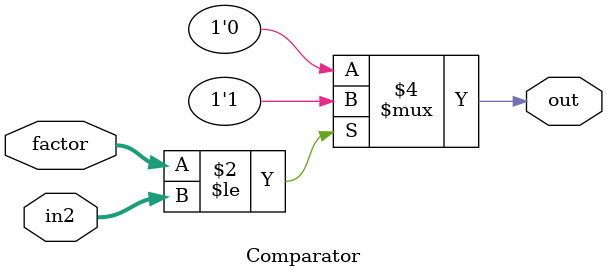
<source format=v>
module Comparator(out, factor, in2);

    input [32:0] factor;
    input [32:0] in2;

    output reg [0:0] out;

    always @(factor or in2)
    begin
        if(factor <= in2)
            out = 1'b1;
        else
            out = 1'b0; 
    end

endmodule
</source>
